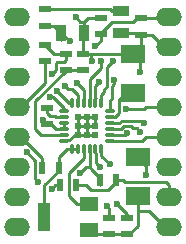
<source format=gbr>
G04 #@! TF.FileFunction,Copper,L1,Top,Signal*
%FSLAX46Y46*%
G04 Gerber Fmt 4.6, Leading zero omitted, Abs format (unit mm)*
G04 Created by KiCad (PCBNEW 4.0.0-rc1-stable) date czw, 22 paź 2015, 22:39:46*
%MOMM*%
G01*
G04 APERTURE LIST*
%ADD10C,0.100000*%
%ADD11R,0.889000X1.397000*%
%ADD12R,1.000000X0.600000*%
%ADD13R,1.397000X0.889000*%
%ADD14R,1.500000X1.300000*%
%ADD15R,1.100000X2.400000*%
%ADD16R,2.032000X1.524000*%
%ADD17R,0.600000X1.000000*%
%ADD18O,0.850000X0.300000*%
%ADD19O,0.300000X0.850000*%
%ADD20R,0.600000X0.600000*%
%ADD21O,2.199640X1.524000*%
%ADD22C,0.600000*%
%ADD23C,0.250000*%
G04 APERTURE END LIST*
D10*
D11*
X130757500Y-70610000D03*
X132662500Y-70610000D03*
D12*
X137510000Y-69340000D03*
X137510000Y-70740000D03*
X134100000Y-70720000D03*
X134100000Y-69320000D03*
D13*
X135790000Y-68707500D03*
X135790000Y-70612500D03*
D12*
X129520000Y-76930000D03*
X129520000Y-78330000D03*
X132540000Y-73750000D03*
X132540000Y-72350000D03*
D14*
X133110000Y-87330000D03*
D15*
X129310000Y-86205000D03*
D14*
X133110000Y-85080000D03*
D16*
X136800000Y-75701000D03*
X136800000Y-72399000D03*
X137210000Y-81129000D03*
X137210000Y-84431000D03*
D17*
X132030000Y-83480000D03*
X130630000Y-83480000D03*
X133990000Y-83060000D03*
X135390000Y-83060000D03*
D12*
X131130000Y-72350000D03*
X131130000Y-73750000D03*
X136300000Y-86250000D03*
X136300000Y-87650000D03*
X134810000Y-86240000D03*
X134810000Y-87640000D03*
X129340000Y-68610000D03*
X129340000Y-70010000D03*
D17*
X130530000Y-82080000D03*
X129130000Y-82080000D03*
D12*
X129350000Y-72990000D03*
X129350000Y-71590000D03*
D18*
X134840000Y-79720000D03*
X134840000Y-79220000D03*
X134840000Y-78720000D03*
X134840000Y-78220000D03*
X134840000Y-77720000D03*
X134840000Y-77220000D03*
D19*
X134140000Y-76520000D03*
X133640000Y-76520000D03*
X133140000Y-76520000D03*
X132640000Y-76520000D03*
X132140000Y-76520000D03*
X131640000Y-76520000D03*
D18*
X130940000Y-77220000D03*
X130940000Y-77720000D03*
X130940000Y-78220000D03*
X130940000Y-78720000D03*
X130940000Y-79220000D03*
X130940000Y-79720000D03*
D19*
X131640000Y-80420000D03*
X132140000Y-80420000D03*
X132640000Y-80420000D03*
X133140000Y-80420000D03*
X133640000Y-80420000D03*
X134140000Y-80420000D03*
D20*
X132890000Y-78470000D03*
X132140000Y-79220000D03*
X132890000Y-79220000D03*
X133640000Y-79220000D03*
X133640000Y-78470000D03*
X133640000Y-77720000D03*
X132890000Y-77720000D03*
X132140000Y-77720000D03*
X132140000Y-78470000D03*
D21*
X139830000Y-79390000D03*
X139830000Y-74310000D03*
X139830000Y-69230000D03*
X139830000Y-76850000D03*
X139830000Y-81930000D03*
X139830000Y-71770000D03*
X139830000Y-84470000D03*
X139830000Y-87010000D03*
X127030000Y-76850000D03*
X127030000Y-81930000D03*
X127030000Y-87010000D03*
X127030000Y-79390000D03*
X127030000Y-74310000D03*
X127030000Y-84470000D03*
X127030000Y-71770000D03*
X127030000Y-69230000D03*
D22*
X129170000Y-77970000D03*
X131440000Y-71300000D03*
X133620000Y-71724990D03*
X131976948Y-69283052D03*
X133307212Y-72986714D03*
X137400000Y-73900000D03*
X132299979Y-82479998D03*
X134107201Y-72991224D03*
X131030000Y-75070000D03*
X133960000Y-74750000D03*
X132057201Y-74878303D03*
X135090000Y-72975010D03*
X137750565Y-78218607D03*
X135240011Y-74547881D03*
X136215020Y-77040000D03*
X137450000Y-78960000D03*
X137920000Y-82590000D03*
X136330000Y-79094990D03*
X127801961Y-80708039D03*
X128768051Y-83188668D03*
X129935010Y-83796949D03*
X129791107Y-76061955D03*
X130347135Y-75486772D03*
X129975010Y-74050000D03*
X135430000Y-85100000D03*
X134850105Y-81726887D03*
X134580000Y-85290000D03*
X134000000Y-81914990D03*
D23*
X129170000Y-77970000D02*
X129170000Y-77980000D01*
X129170000Y-77980000D02*
X129520000Y-78330000D01*
X131440000Y-71300000D02*
X131440000Y-71292500D01*
X131440000Y-71292500D02*
X130757500Y-70610000D01*
X134100000Y-70720000D02*
X134100000Y-71244990D01*
X134100000Y-71244990D02*
X133620000Y-71724990D01*
X129520000Y-78330000D02*
X129875000Y-78330000D01*
X129875000Y-78330000D02*
X130265000Y-78720000D01*
X130265000Y-78720000D02*
X130940000Y-78720000D01*
X134100000Y-70720000D02*
X134100000Y-70794990D01*
X130757500Y-70610000D02*
X130757500Y-71228253D01*
X129410000Y-70080000D02*
X129340000Y-70010000D01*
X130850000Y-70517500D02*
X130757500Y-70610000D01*
X130940000Y-78220000D02*
X130940000Y-78720000D01*
X130757500Y-70610000D02*
X130757500Y-70864000D01*
X129340000Y-70010000D02*
X130157500Y-70010000D01*
X130157500Y-70010000D02*
X130757500Y-70610000D01*
X136840000Y-69690000D02*
X135015001Y-69690000D01*
X135015001Y-69690000D02*
X134100000Y-70605001D01*
X134100000Y-70605001D02*
X134100000Y-70720000D01*
X137190000Y-69340000D02*
X136840000Y-69690000D01*
X137510000Y-69340000D02*
X137190000Y-69340000D01*
X137510000Y-69340000D02*
X139720000Y-69340000D01*
X139720000Y-69340000D02*
X139830000Y-69230000D01*
X131976948Y-69283052D02*
X132355396Y-69661500D01*
X132355396Y-69661500D02*
X132662500Y-69661500D01*
X133261195Y-72350000D02*
X136751000Y-72350000D01*
X132540000Y-72350000D02*
X133261195Y-72350000D01*
X133261195Y-72350000D02*
X133261195Y-72940697D01*
X133261195Y-72940697D02*
X133307212Y-72986714D01*
X137510000Y-70740000D02*
X137510000Y-71689000D01*
X137510000Y-71689000D02*
X136800000Y-72399000D01*
X139470000Y-71770000D02*
X138440000Y-70740000D01*
X138440000Y-70740000D02*
X137510000Y-70740000D01*
X139830000Y-71770000D02*
X139470000Y-71770000D01*
X137400000Y-73900000D02*
X137400000Y-72999000D01*
X137400000Y-72999000D02*
X136800000Y-72399000D01*
X136751000Y-72350000D02*
X136800000Y-72399000D01*
X134810000Y-87640000D02*
X133420000Y-87640000D01*
X133420000Y-87640000D02*
X133110000Y-87330000D01*
X137210000Y-85690000D02*
X137210000Y-86940000D01*
X132140000Y-79220000D02*
X131886765Y-79220000D01*
X131886765Y-79220000D02*
X131411755Y-79695010D01*
X131411755Y-79695010D02*
X130964990Y-79695010D01*
X130964990Y-79695010D02*
X130940000Y-79720000D01*
X132890000Y-78470000D02*
X132140000Y-78470000D01*
X132890000Y-78470000D02*
X132890000Y-77720000D01*
X132890000Y-78470000D02*
X132890000Y-79220000D01*
X132890000Y-79220000D02*
X133640000Y-79220000D01*
X133640000Y-78470000D02*
X132890000Y-78470000D01*
X133640000Y-77720000D02*
X133640000Y-78470000D01*
X132890000Y-77720000D02*
X133640000Y-77720000D01*
X132140000Y-77720000D02*
X132890000Y-77720000D01*
X132140000Y-78470000D02*
X132140000Y-77720000D01*
X132140000Y-79220000D02*
X132140000Y-78470000D01*
X132890000Y-79220000D02*
X132140000Y-79220000D01*
X133350000Y-87570000D02*
X133110000Y-87330000D01*
X137210000Y-85690000D02*
X138172180Y-85690000D01*
X138172180Y-85690000D02*
X139492180Y-87010000D01*
X139492180Y-87010000D02*
X139830000Y-87010000D01*
X137210000Y-84431000D02*
X137210000Y-85690000D01*
X132540000Y-72350000D02*
X132540000Y-70732500D01*
X132540000Y-70732500D02*
X132662500Y-70610000D01*
X134100000Y-69320000D02*
X133004000Y-69320000D01*
X133004000Y-69320000D02*
X132662500Y-69661500D01*
X132662500Y-69661500D02*
X132662500Y-70610000D01*
X135790000Y-70612500D02*
X137382500Y-70612500D01*
X137382500Y-70612500D02*
X137510000Y-70740000D01*
X139830000Y-71770000D02*
X139492180Y-71770000D01*
X137210000Y-86940000D02*
X136500000Y-87650000D01*
X136500000Y-87650000D02*
X136300000Y-87650000D01*
X136300000Y-87650000D02*
X134820000Y-87650000D01*
X134820000Y-87650000D02*
X134810000Y-87640000D01*
X134997500Y-68707500D02*
X134900000Y-68610000D01*
X134900000Y-68610000D02*
X134624000Y-68610000D01*
X135790000Y-68707500D02*
X134997500Y-68707500D01*
X134624000Y-68610000D02*
X129340000Y-68610000D01*
X129765002Y-77640000D02*
X129520000Y-77394998D01*
X129520000Y-77394998D02*
X129520000Y-76930000D01*
X130940000Y-77720000D02*
X130265000Y-77720000D01*
X130265000Y-77720000D02*
X130185000Y-77640000D01*
X130185000Y-77640000D02*
X129765002Y-77640000D01*
X131130000Y-73750000D02*
X131130000Y-73820012D01*
X131130000Y-73820012D02*
X128544999Y-76405013D01*
X128544999Y-76405013D02*
X128544999Y-78740001D01*
X128544999Y-78740001D02*
X129024998Y-79220000D01*
X130265000Y-79220000D02*
X130940000Y-79220000D01*
X129024998Y-79220000D02*
X130265000Y-79220000D01*
X132540000Y-73750000D02*
X130940000Y-73750000D01*
X130940000Y-73750000D02*
X130930000Y-73740000D01*
X129350000Y-72990000D02*
X129350000Y-74867820D01*
X129350000Y-74867820D02*
X127367820Y-76850000D01*
X127367820Y-76850000D02*
X127030000Y-76850000D01*
X133140000Y-81979992D02*
X132799985Y-81979992D01*
X132799985Y-81979992D02*
X132299979Y-82479998D01*
X133374999Y-82214991D02*
X133374999Y-82244999D01*
X133374999Y-82244999D02*
X133990000Y-82860000D01*
X133990000Y-82860000D02*
X133990000Y-83060000D01*
X133140000Y-80420000D02*
X133140000Y-81979992D01*
X133140000Y-81979992D02*
X133374999Y-82214991D01*
X134030000Y-83260000D02*
X134030000Y-83460000D01*
X133140000Y-76520000D02*
X133140000Y-74535002D01*
X133140000Y-74535002D02*
X134107201Y-73567801D01*
X134107201Y-73567801D02*
X134107201Y-72991224D01*
X129130000Y-82080000D02*
X129130000Y-81152180D01*
X129130000Y-81152180D02*
X127367820Y-79390000D01*
X127367820Y-79390000D02*
X127030000Y-79390000D01*
X132140000Y-76520000D02*
X132140000Y-75845000D01*
X131664999Y-75369999D02*
X131329999Y-75369999D01*
X132140000Y-75845000D02*
X131664999Y-75369999D01*
X131329999Y-75369999D02*
X131030000Y-75070000D01*
X133640000Y-76520000D02*
X133640000Y-75070000D01*
X133640000Y-75070000D02*
X133960000Y-74750000D01*
X133640000Y-76520000D02*
X133640000Y-76170000D01*
X133640000Y-76170000D02*
X133664990Y-76145010D01*
X132640000Y-76520000D02*
X132640000Y-75461102D01*
X132640000Y-75461102D02*
X132057201Y-74878303D01*
X134615001Y-75144999D02*
X134389990Y-75370010D01*
X134140000Y-75845000D02*
X134140000Y-76520000D01*
X134389990Y-75370010D02*
X134389990Y-75595010D01*
X134389990Y-75595010D02*
X134140000Y-75845000D01*
X135090000Y-72975010D02*
X134615001Y-73450009D01*
X134615001Y-73450009D02*
X134615001Y-75144999D01*
X139830000Y-79390000D02*
X137945002Y-79390000D01*
X137945002Y-79390000D02*
X137615002Y-79720000D01*
X137615002Y-79720000D02*
X135515000Y-79720000D01*
X135515000Y-79720000D02*
X134840000Y-79720000D01*
X135863611Y-78019979D02*
X137551937Y-78019979D01*
X137551937Y-78019979D02*
X137750565Y-78218607D01*
X134840000Y-78220000D02*
X135663590Y-78220000D01*
X135663590Y-78220000D02*
X135863611Y-78019979D01*
X139830000Y-74310000D02*
X139492180Y-74310000D01*
X135065011Y-75556399D02*
X135065011Y-75072987D01*
X135240011Y-74897987D02*
X135240011Y-74547881D01*
X135065011Y-75072987D02*
X135240011Y-74897987D01*
X134840000Y-77220000D02*
X134840000Y-76353590D01*
X134840000Y-76353590D02*
X135065011Y-76128579D01*
X135065011Y-76128579D02*
X135065011Y-75556399D01*
X137930000Y-76850000D02*
X137740000Y-77040000D01*
X137740000Y-77040000D02*
X136215020Y-77040000D01*
X139830000Y-76850000D02*
X137930000Y-76850000D01*
X137450000Y-78960000D02*
X137150001Y-78660001D01*
X137150001Y-78660001D02*
X136820013Y-78660001D01*
X136820013Y-78660001D02*
X136630001Y-78469989D01*
X136630001Y-78469989D02*
X136050011Y-78469989D01*
X136050011Y-78469989D02*
X135800000Y-78720000D01*
X135800000Y-78720000D02*
X134840000Y-78720000D01*
X135390000Y-83060000D02*
X135390000Y-83260000D01*
X135390000Y-83260000D02*
X134739990Y-83910010D01*
X134739990Y-83910010D02*
X133290010Y-83910010D01*
X133290010Y-83910010D02*
X132860000Y-83480000D01*
X132860000Y-83480000D02*
X132030000Y-83480000D01*
X139622000Y-83250000D02*
X136130000Y-83250000D01*
X136130000Y-83250000D02*
X135940000Y-83060000D01*
X135940000Y-83060000D02*
X135390000Y-83060000D01*
X139830000Y-84470000D02*
X139830000Y-83458000D01*
X139830000Y-83458000D02*
X139622000Y-83250000D01*
X130530000Y-82080000D02*
X130530000Y-82280000D01*
X130530000Y-82280000D02*
X129310000Y-83500000D01*
X129310000Y-83500000D02*
X129310000Y-84755000D01*
X129310000Y-84755000D02*
X129310000Y-86205000D01*
X131220000Y-80420000D02*
X130530000Y-81110000D01*
X130530000Y-81110000D02*
X130530000Y-82080000D01*
X131640000Y-80420000D02*
X131220000Y-80420000D01*
X130530000Y-82080000D02*
X130424999Y-82185001D01*
X129310000Y-85555000D02*
X129310000Y-86205000D01*
X131640000Y-80420000D02*
X132140000Y-80420000D01*
X132640000Y-80420000D02*
X132640000Y-81214975D01*
X131404999Y-82449976D02*
X131404999Y-84374999D01*
X132640000Y-81214975D02*
X131404999Y-82449976D01*
X131404999Y-84374999D02*
X132110000Y-85080000D01*
X132110000Y-85080000D02*
X133110000Y-85080000D01*
X133110000Y-85080000D02*
X133010000Y-85080000D01*
X135590010Y-77416755D02*
X135590010Y-76239990D01*
X134840000Y-77720000D02*
X135286765Y-77720000D01*
X135286765Y-77720000D02*
X135590010Y-77416755D01*
X136129000Y-75701000D02*
X135590010Y-76239990D01*
X136800000Y-75701000D02*
X136129000Y-75701000D01*
X137920000Y-82590000D02*
X137920000Y-81839000D01*
X137920000Y-81839000D02*
X137210000Y-81129000D01*
X136599000Y-81740000D02*
X137210000Y-81129000D01*
X134840000Y-79220000D02*
X136204990Y-79220000D01*
X136204990Y-79220000D02*
X136330000Y-79094990D01*
X127801961Y-80708039D02*
X128504999Y-81411077D01*
X128504999Y-81411077D02*
X128504999Y-82925616D01*
X128504999Y-82925616D02*
X128768051Y-83188668D01*
X130630000Y-83480000D02*
X130251959Y-83480000D01*
X130251959Y-83480000D02*
X129935010Y-83796949D01*
X130940000Y-77220000D02*
X130940000Y-76964998D01*
X130940000Y-76964998D02*
X130036957Y-76061955D01*
X130036957Y-76061955D02*
X129791107Y-76061955D01*
X130940000Y-77220000D02*
X130620000Y-77220000D01*
X130347135Y-75486772D02*
X131380363Y-76520000D01*
X131380363Y-76520000D02*
X131640000Y-76520000D01*
X130940000Y-73090000D02*
X130404998Y-73090000D01*
X130404998Y-73090000D02*
X130304999Y-73189999D01*
X130304999Y-73189999D02*
X130304999Y-73720011D01*
X130304999Y-73720011D02*
X129975010Y-74050000D01*
X131130000Y-72350000D02*
X131130000Y-72900000D01*
X131130000Y-72900000D02*
X130940000Y-73090000D01*
X131130000Y-72350000D02*
X130110000Y-72350000D01*
X130110000Y-72350000D02*
X129350000Y-71590000D01*
X131640000Y-76520000D02*
X131640000Y-76245000D01*
X136300000Y-86250000D02*
X136300000Y-85970000D01*
X136300000Y-85970000D02*
X135430000Y-85100000D01*
X134140000Y-80420000D02*
X134140000Y-81016782D01*
X134140000Y-81016782D02*
X134850105Y-81726887D01*
X134810000Y-86240000D02*
X134810000Y-85520000D01*
X134810000Y-85520000D02*
X134580000Y-85290000D01*
X133640000Y-80420000D02*
X133640000Y-80730000D01*
X133640000Y-80730000D02*
X133664990Y-80754990D01*
X133664990Y-80754990D02*
X133664990Y-81579980D01*
X133664990Y-81579980D02*
X134000000Y-81914990D01*
M02*

</source>
